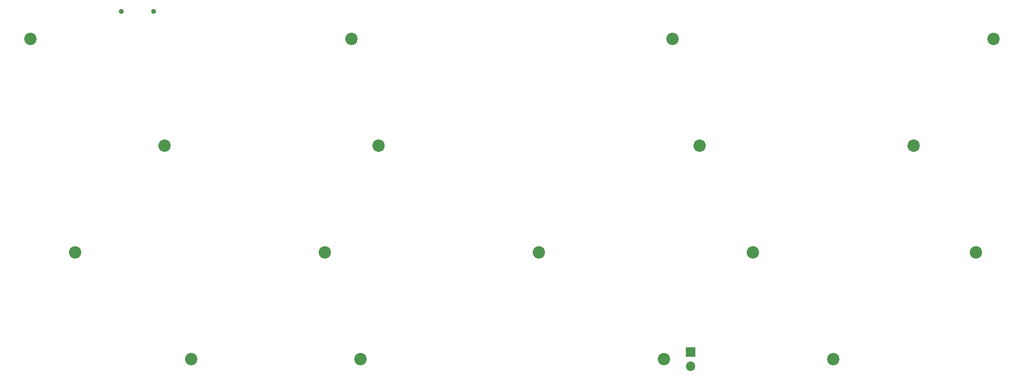
<source format=gbr>
%TF.GenerationSoftware,KiCad,Pcbnew,(7.0.0)*%
%TF.CreationDate,2023-05-14T17:36:32+02:00*%
%TF.ProjectId,travaulta prototype,74726176-6175-46c7-9461-2070726f746f,rev?*%
%TF.SameCoordinates,Original*%
%TF.FileFunction,Soldermask,Top*%
%TF.FilePolarity,Negative*%
%FSLAX46Y46*%
G04 Gerber Fmt 4.6, Leading zero omitted, Abs format (unit mm)*
G04 Created by KiCad (PCBNEW (7.0.0)) date 2023-05-14 17:36:32*
%MOMM*%
%LPD*%
G01*
G04 APERTURE LIST*
%ADD10C,2.200000*%
%ADD11R,1.700000X1.700000*%
%ADD12O,1.700000X1.700000*%
%ADD13C,0.900000*%
G04 APERTURE END LIST*
D10*
%TO.C,H2*%
X120650000Y-57150000D03*
%TD*%
%TO.C,H11*%
X153987500Y-95250000D03*
%TD*%
%TO.C,H1*%
X63500000Y-57150000D03*
%TD*%
%TO.C,H9*%
X71437500Y-95250000D03*
%TD*%
%TO.C,H13*%
X231775000Y-95250000D03*
%TD*%
%TO.C,H5*%
X87312500Y-76200000D03*
%TD*%
%TO.C,H10*%
X115887500Y-95250000D03*
%TD*%
%TO.C,H8*%
X220662500Y-76200000D03*
%TD*%
%TO.C,H15*%
X122237500Y-114300000D03*
%TD*%
%TO.C,H3*%
X177800000Y-57150000D03*
%TD*%
%TO.C,H17*%
X206375000Y-114300000D03*
%TD*%
%TO.C,H4*%
X234950000Y-57150000D03*
%TD*%
%TO.C,H6*%
X125412500Y-76200000D03*
%TD*%
%TO.C,H16*%
X176212500Y-114300000D03*
%TD*%
%TO.C,H12*%
X192087500Y-95250000D03*
%TD*%
%TO.C,H7*%
X182562500Y-76200000D03*
%TD*%
%TO.C,H14*%
X92075000Y-114300000D03*
%TD*%
D11*
%TO.C,SW38*%
X180974999Y-113024999D03*
D12*
X180974999Y-115564999D03*
%TD*%
D13*
%TO.C,USB1*%
X79660000Y-52271250D03*
X85440000Y-52271250D03*
%TD*%
M02*

</source>
